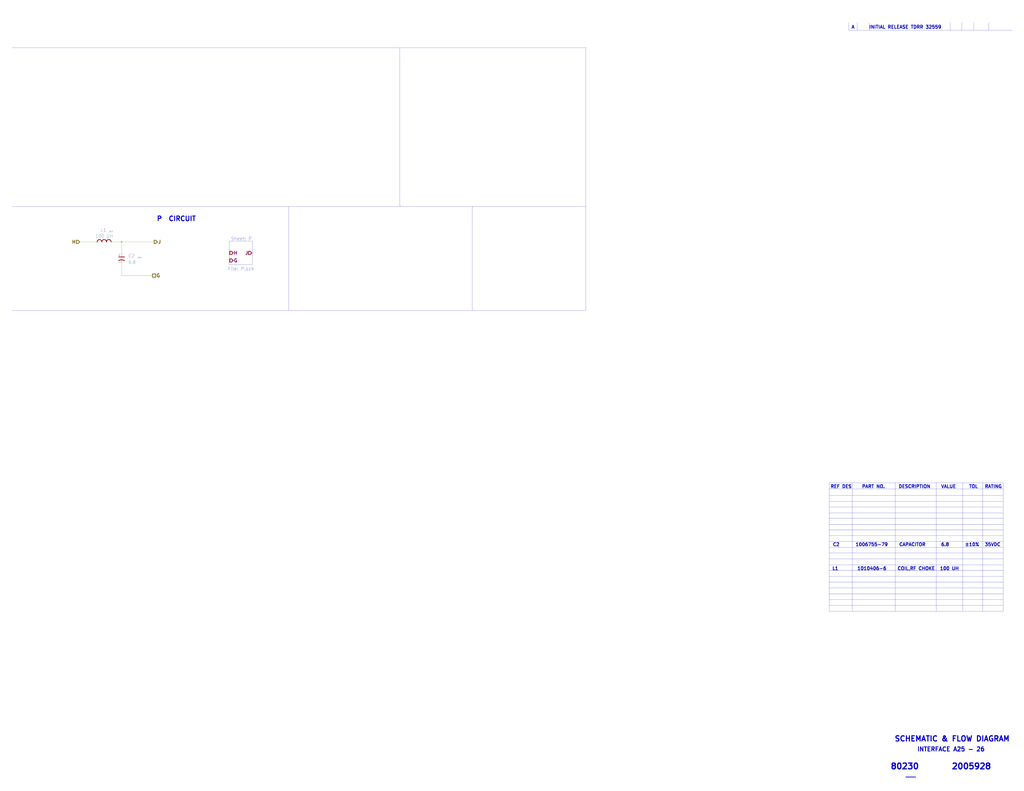
<source format=kicad_sch>
(kicad_sch (version 20211123) (generator eeschema)
  (paper "E")
  (lib_symbols
    (symbol "AGC_DSKY:Capacitor-Polarized" (pin_numbers hide) (pin_names (offset 0) hide)
      (property "Reference" "C" (at 4.445 5.08 0))
      (symbol "Capacitor-Polarized_0_0"
        (text "+" (at -2.54 4.445 0) (effects (font (size 3.556 3.556))))
        (text "-" (at -2.54 -3.81 0) (effects (font (size 3.556 3.556))))
      )
      (symbol "Capacitor-Polarized_0_1"
        (polyline (pts (xy -3.175 1.905) (xy 3.175 1.905)) (stroke (width 0.762)))
        (arc (start 3.175 -1.905) (mid 0 -1.2173) (end -3.175 -1.905) (stroke (width 0.762)))
      )
      (symbol "Capacitor-Polarized_1_1"
        (pin passive line (at 0 6.985 270) (length 5.08) (name "1") (number "1"))
        (pin passive line (at 0 -6.35 90) (length 5.08) (name "2") (number "2"))
      )
    )
    (symbol "AGC_DSKY:HierBody" (pin_numbers hide) (pin_names (offset 0) hide)
      (symbol "HierBody_0_1"
        (polyline (pts (xy 1.905 0) (xy -0.127 -1.778) (xy -1.905 -1.778) (xy -1.905 1.778) (xy -0.127 1.778) (xy 1.905 0)) (stroke (width 0.762)))
      )
    )
    (symbol "AGC_DSKY:Inductor" (pin_numbers hide) (pin_names (offset 0) hide)
      (property "Reference" "L" (at -1.27 5.08 0))
      (symbol "Inductor_0_1"
        (arc (start -2.54 0) (mid -5.08 2.54) (end -7.62 0) (stroke (width 0.762)))
        (arc (start 2.54 0) (mid 0 2.54) (end -2.54 0) (stroke (width 0.762)))
        (arc (start 7.62 0) (mid 5.08 2.54) (end 2.54 0) (stroke (width 0.762)))
      )
      (symbol "Inductor_1_1"
        (pin passive line (at -10.16 0 0) (length 2.54) (name "1") (number "1"))
        (pin passive line (at 10.16 0 180) (length 2.54) (name "2") (number "2"))
      )
    )
  )
  (junction (at 132.715 264.16))
  (polyline (pts (xy 1094.7654 527.177) (xy 1094.7654 667.512)) (stroke (width 0) (type solid)))
  (polyline (pts (xy 904.9004 578.612) (xy 1094.7654 578.612)) (stroke (width 0) (type solid)))
  (polyline (pts (xy 1094.7654 560.197) (xy 904.9004 560.197)) (stroke (width 0) (type solid)))
  (polyline (pts (xy 1094.7654 534.162) (xy 904.9004 534.162)) (stroke (width 0) (type solid)))
  (polyline (pts (xy 1037.1074 32.9946) (xy 1037.1074 24.7396)) (stroke (width 0.1524) (type solid)))
  (polyline (pts (xy 275.59 288.925) (xy 275.59 263.525)) (stroke (width 0) (type solid)))
  (wire (pts (xy 132.715 264.16) (xy 168.275 264.16)))
  (polyline (pts (xy 904.9004 565.912) (xy 1094.7654 565.912)) (stroke (width 0) (type solid)))
  (polyline (pts (xy 1094.7654 648.462) (xy 904.9004 648.462)) (stroke (width 0) (type solid)))
  (polyline (pts (xy 1078.992 32.9946) (xy 1078.992 24.7396)) (stroke (width 0.1524) (type solid)))
  (polyline (pts (xy 1094.7654 661.162) (xy 904.9004 661.162)) (stroke (width 0) (type solid)))
  (polyline (pts (xy 250.19 288.925) (xy 275.59 288.925)) (stroke (width 0) (type solid)))
  (polyline (pts (xy 13.335 339.09) (xy 639.445 339.09)) (stroke (width 0) (type solid)))
  (polyline (pts (xy 1050.9504 527.177) (xy 1050.9504 667.512)) (stroke (width 0) (type solid)))
  (polyline (pts (xy 436.245 52.07) (xy 436.245 224.79)) (stroke (width 0) (type solid)))
  (polyline (pts (xy 1094.7654 547.497) (xy 904.9004 547.497)) (stroke (width 0) (type solid)))
  (polyline (pts (xy 904.9004 616.712) (xy 1094.7654 616.712)) (stroke (width 0) (type solid)))
  (polyline (pts (xy 436.88 224.79) (xy 436.88 225.425)))
  (polyline (pts (xy 314.96 225.425) (xy 314.96 339.09)) (stroke (width 0) (type solid)))
  (polyline (pts (xy 904.9004 667.512) (xy 1094.7654 667.512)) (stroke (width 0) (type solid)))
  (polyline (pts (xy 1072.5404 527.177) (xy 1072.5404 667.512)) (stroke (width 0) (type solid)))
  (polyline (pts (xy 930.3004 527.177) (xy 930.3004 667.512)) (stroke (width 0) (type solid)))
  (polyline (pts (xy 904.9004 604.012) (xy 1094.7654 604.012)) (stroke (width 0) (type solid)))
  (polyline (pts (xy 1094.7654 623.062) (xy 904.9004 623.062)) (stroke (width 0) (type solid)))
  (wire (pts (xy 132.715 300.99) (xy 166.37 300.99)))
  (polyline (pts (xy 1104.9 33.02) (xy 926.1094 33.02)) (stroke (width 0.1524) (type solid)))
  (polyline (pts (xy 935.7106 33.02) (xy 935.7106 24.765)) (stroke (width 0.1524) (type solid)))
  (polyline (pts (xy 13.335 52.07) (xy 639.445 52.07)) (stroke (width 0) (type solid)))
  (polyline (pts (xy 904.9004 541.147) (xy 1094.7654 541.147)) (stroke (width 0) (type solid)))
  (polyline (pts (xy 904.9004 527.177) (xy 1094.7654 527.177)) (stroke (width 0) (type solid)))
  (polyline (pts (xy 904.9004 591.312) (xy 1094.7654 591.312)) (stroke (width 0) (type solid)))
  (polyline (pts (xy 1062.5074 32.9946) (xy 1062.5074 24.7396)) (stroke (width 0.1524) (type solid)))
  (polyline (pts (xy 1094.7654 597.662) (xy 904.9004 597.662)) (stroke (width 0) (type solid)))
  (polyline (pts (xy 13.335 225.425) (xy 639.445 225.425)) (stroke (width 0) (type solid)))
  (polyline (pts (xy 904.9004 584.962) (xy 1094.7654 584.962)) (stroke (width 0) (type solid)))
  (wire (pts (xy 132.715 288.925) (xy 132.715 300.99)))
  (wire (pts (xy 132.715 275.59) (xy 132.715 264.16)))
  (polyline (pts (xy 250.19 263.525) (xy 250.19 288.925)) (stroke (width 0) (type solid)))
  (polyline (pts (xy 904.9004 572.897) (xy 1094.7654 572.897)) (stroke (width 0) (type solid)))
  (polyline (pts (xy 948.69 32.9946) (xy 948.69 24.7396)) (stroke (width 0.1524) (type solid)))
  (polyline (pts (xy 1094.7654 635.762) (xy 904.9004 635.762)) (stroke (width 0) (type solid)))
  (polyline (pts (xy 1094.7654 610.362) (xy 904.9004 610.362)) (stroke (width 0) (type solid)))
  (polyline (pts (xy 1021.7404 527.177) (xy 1021.7404 667.512)) (stroke (width 0) (type solid)))
  (polyline (pts (xy 904.9004 642.112) (xy 1094.7654 642.112)) (stroke (width 0) (type solid)))
  (polyline (pts (xy 904.9004 654.812) (xy 1094.7654 654.812)) (stroke (width 0) (type solid)))
  (polyline (pts (xy 1049.8074 32.9946) (xy 1049.8074 24.7396)) (stroke (width 0.1524) (type solid)))
  (polyline (pts (xy 904.9004 629.412) (xy 1094.7654 629.412)) (stroke (width 0) (type solid)))
  (polyline (pts (xy 904.9004 527.177) (xy 904.9004 667.512)) (stroke (width 0) (type solid)))
  (polyline (pts (xy 436.245 224.79) (xy 436.88 224.79)))
  (polyline (pts (xy 639.445 52.07) (xy 639.445 339.09)) (stroke (width 0) (type solid)))
  (wire (pts (xy 123.825 264.16) (xy 132.715 264.16)))
  (polyline (pts (xy 904.9004 553.847) (xy 1094.7654 553.847)) (stroke (width 0) (type solid)))
  (polyline (pts (xy 275.59 263.525) (xy 250.19 263.525)) (stroke (width 0) (type solid)))
  (polyline (pts (xy 977.2904 527.177) (xy 977.2904 667.512)) (stroke (width 0) (type solid)))
  (polyline (pts (xy 515.62 225.425) (xy 515.62 339.09)) (stroke (width 0) (type solid)))
  (wire (pts (xy 103.505 264.16) (xy 86.995 264.16)))
  (polyline (pts (xy 926.1094 33.02) (xy 926.1094 24.765)) (stroke (width 0.1524) (type solid)))
  (text "C2" (at 908.685 596.9 0) (effects (font (size 3.556 3.556) (thickness 0.7112) bold) (justify left bottom)))
  (text "DESCRIPTION" (at 980.4654 533.527 0) (effects (font (size 3.556 3.556) (thickness 0.7112) bold) (justify left bottom)))
  (text "1010406-6" (at 935.3804 623.062 0) (effects (font (size 3.556 3.556) (thickness 0.7112) bold) (justify left bottom)))
  (text "REF DES" (at 906.1704 533.527 0) (effects (font (size 3.556 3.556) (thickness 0.7112) bold) (justify left bottom)))
  (text "CAPACITOR" (at 981.075 596.9 0) (effects (font (size 3.556 3.556) (thickness 0.7112) bold) (justify left bottom)))
  (text "100 UH" (at 1025.5504 623.062 0) (effects (font (size 3.556 3.556) (thickness 0.7112) bold) (justify left bottom)))
  (text "SCHEMATIC & FLOW DIAGRAM" (at 975.995 810.26 0) (effects (font (size 5.715 5.715) (thickness 1.143) bold) (justify left bottom)))
  (text "2005928" (at 1038.225 840.74 0) (effects (font (size 6.35 6.35) (thickness 1.27) bold) (justify left bottom)))
  (text "File: P.sch" (at 277.495 295.91 180) (effects (font (size 3.556 3.556)) (justify right bottom)))
  (text "1006755-79" (at 933.45 596.9 0) (effects (font (size 3.556 3.556) (thickness 0.7112) bold) (justify left bottom)))
  (text "COIL,RF CHOKE" (at 979.1954 623.062 0) (effects (font (size 3.556 3.556) (thickness 0.7112) bold) (justify left bottom)))
  (text "Sheet: P" (at 274.955 262.89 180) (effects (font (size 3.556 3.556)) (justify right bottom)))
  (text "±10%" (at 1052.83 596.9 0) (effects (font (size 3.556 3.556) (thickness 0.7112) bold) (justify left bottom)))
  (text "6.8" (at 1026.795 596.9 0) (effects (font (size 3.556 3.556) (thickness 0.7112) bold) (justify left bottom)))
  (text "VALUE" (at 1026.8204 533.527 0) (effects (font (size 3.556 3.556) (thickness 0.7112) bold) (justify left bottom)))
  (text "A      INITIAL RELEASE TDRR 32559" (at 929.005 31.75 0) (effects (font (size 3.556 3.556) (thickness 0.7112) bold) (justify left bottom)))
  (text "80230" (at 971.55 840.74 0) (effects (font (size 6.35 6.35) (thickness 1.27) bold) (justify left bottom)))
  (text "PART NO." (at 940.4604 533.527 0) (effects (font (size 3.556 3.556) (thickness 0.7112) bold) (justify left bottom)))
  (text "35VDC" (at 1074.42 596.9 0) (effects (font (size 3.556 3.556) (thickness 0.7112) bold) (justify left bottom)))
  (text "____" (at 988.06 848.995 0) (effects (font (size 3.556 3.556) (thickness 0.7112) bold) (justify left bottom)))
  (text "INTERFACE A25 - 26" (at 1000.76 821.055 0) (effects (font (size 4.572 4.572) (thickness 0.9144) bold) (justify left bottom)))
  (text "TOL" (at 1057.3004 533.527 0) (effects (font (size 3.556 3.556) (thickness 0.7112) bold) (justify left bottom)))
  (text "P  CIRCUIT" (at 170.815 241.935 0) (effects (font (size 5.08 5.08) (thickness 1.016) bold) (justify left bottom)))
  (text "L1" (at 908.0754 623.062 0) (effects (font (size 3.556 3.556) (thickness 0.7112) bold) (justify left bottom)))
  (text "RATING" (at 1074.4454 533.527 0) (effects (font (size 3.556 3.556) (thickness 0.7112) bold) (justify left bottom)))
  (hierarchical_label "G" (shape passive) (at 166.37 300.99 0) (effects (font (size 3.556 3.556) (thickness 0.7112) bold)))
  (hierarchical_label "J" (shape output) (at 168.275 264.16 0) (effects (font (size 3.556 3.556) (thickness 0.7112) bold)))
  (hierarchical_label "H" (shape input) (at 86.995 264.16 180) (effects (font (size 3.556 3.556) (thickness 0.7112) bold)))
  (symbol (lib_id "AGC_DSKY:Inductor") (at 113.665 264.16 0)
    (property "Reference" "2L1" (at 121.285 252.73 0))
    (property "Value" "100 UH" (at 113.665 257.81 0) (effects (font (size 3.302 3.302))))
    (property "baseRefd" "L1" (at 113.03 251.46 0) (effects (font (size 3.556 3.556))))
  )
  (symbol (lib_id "AGC_DSKY:Capacitor-Polarized") (at 132.715 282.575 0)
    (property "Reference" "2C2" (at 152.4 281.305 0))
    (property "Value" "6.8" (at 144.145 286.385 0) (effects (font (size 3.302 3.302))))
    (property "baseRefd" "C2" (at 143.51 279.4 0) (effects (font (size 3.556 3.556))))
  )
  (symbol (lib_id "AGC_DSKY:HierBody") (at 252.73 276.225 0)
    (property "Reference" "N201" (effects hide))
    (property "Value" "HierBody" (effects hide))
    (property "Caption2" "H" (at 257.175 276.225 0) (effects (font (size 3.556 3.556) bold)))
  )
  (symbol (lib_id "AGC_DSKY:HierBody") (at 252.73 284.48 0)
    (property "Reference" "N202" (effects hide))
    (property "Value" "HierBody" (effects hide))
    (property "Caption2" "G" (at 257.175 284.48 0) (effects (font (size 3.556 3.556) bold)))
  )
  (symbol (lib_id "AGC_DSKY:HierBody") (at 273.05 276.225 0)
    (property "Reference" "N203" (effects hide))
    (property "Value" "HierBody" (effects hide))
    (property "Caption2" "J" (at 269.24 276.225 0) (effects (font (size 3.556 3.556) bold)))
  )
)
</source>
